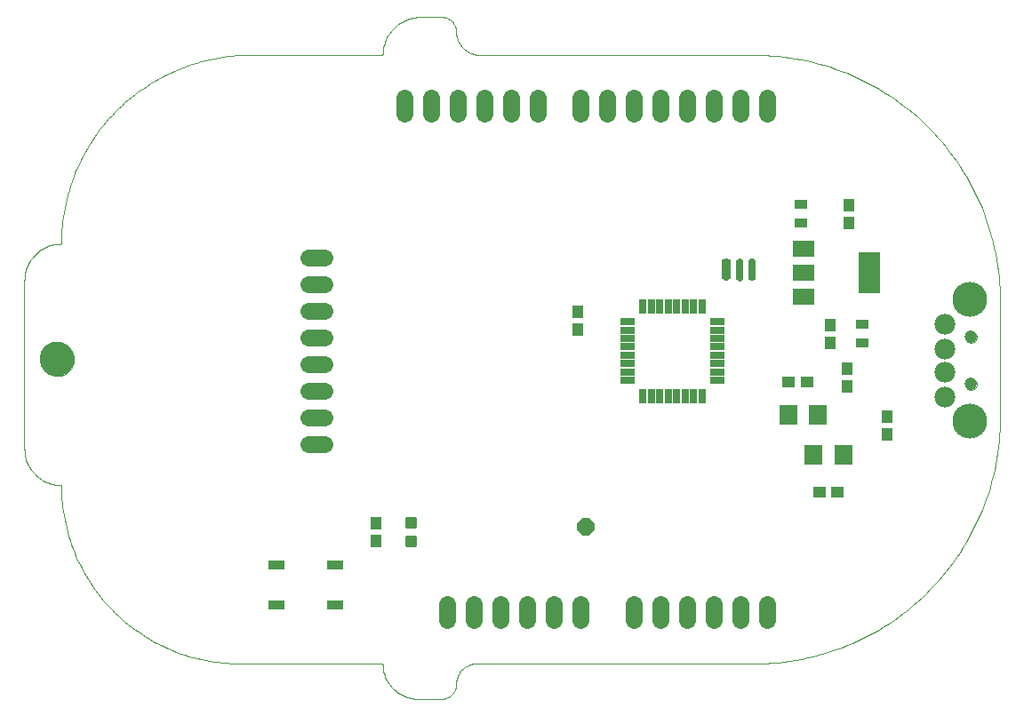
<source format=gts>
G75*
%MOIN*%
%OFA0B0*%
%FSLAX24Y24*%
%IPPOS*%
%LPD*%
%AMOC8*
5,1,8,0,0,1.08239X$1,22.5*
%
%ADD10C,0.0000*%
%ADD11C,0.1300*%
%ADD12R,0.0540X0.0260*%
%ADD13R,0.0260X0.0540*%
%ADD14R,0.0473X0.0434*%
%ADD15R,0.0434X0.0473*%
%ADD16R,0.0670X0.0749*%
%ADD17C,0.0780*%
%ADD18C,0.1306*%
%ADD19C,0.0473*%
%ADD20R,0.0830X0.0630*%
%ADD21R,0.0830X0.1540*%
%ADD22C,0.0640*%
%ADD23C,0.0130*%
%ADD24R,0.0512X0.0355*%
%ADD25C,0.0280*%
%ADD26C,0.0217*%
%ADD27R,0.0250X0.0750*%
%ADD28R,0.0350X0.0775*%
%ADD29R,0.0300X0.0750*%
%ADD30R,0.0640X0.0340*%
%ADD31OC8,0.0640*%
D10*
X008171Y001568D02*
X013535Y001568D01*
X013537Y001496D01*
X013543Y001424D01*
X013553Y001353D01*
X013566Y001282D01*
X013583Y001212D01*
X013605Y001144D01*
X013629Y001076D01*
X013658Y001010D01*
X013690Y000945D01*
X013725Y000883D01*
X013764Y000822D01*
X013806Y000764D01*
X013851Y000708D01*
X013899Y000654D01*
X013950Y000603D01*
X014004Y000555D01*
X014060Y000510D01*
X014118Y000468D01*
X014179Y000429D01*
X014241Y000394D01*
X014306Y000362D01*
X014372Y000333D01*
X014440Y000309D01*
X014508Y000287D01*
X014578Y000270D01*
X014649Y000257D01*
X014720Y000247D01*
X014792Y000241D01*
X014864Y000239D01*
X015734Y000239D01*
X015780Y000241D01*
X015826Y000247D01*
X015871Y000256D01*
X015915Y000269D01*
X015958Y000286D01*
X015999Y000306D01*
X016039Y000330D01*
X016076Y000356D01*
X016111Y000386D01*
X016144Y000419D01*
X016174Y000454D01*
X016200Y000491D01*
X016224Y000531D01*
X016244Y000572D01*
X016261Y000615D01*
X016274Y000659D01*
X016283Y000704D01*
X016289Y000750D01*
X016291Y000796D01*
X016293Y000849D01*
X016298Y000901D01*
X016307Y000953D01*
X016320Y001004D01*
X016336Y001055D01*
X016355Y001104D01*
X016378Y001151D01*
X016403Y001197D01*
X016432Y001241D01*
X016464Y001283D01*
X016499Y001323D01*
X016536Y001360D01*
X016576Y001395D01*
X016618Y001427D01*
X016662Y001456D01*
X016708Y001481D01*
X016755Y001504D01*
X016804Y001523D01*
X016855Y001539D01*
X016906Y001552D01*
X016958Y001561D01*
X017010Y001566D01*
X017063Y001568D01*
X027463Y001568D01*
X027463Y001567D02*
X027686Y001570D01*
X027909Y001578D01*
X028132Y001592D01*
X028354Y001611D01*
X028576Y001636D01*
X028797Y001665D01*
X029017Y001700D01*
X029237Y001741D01*
X029455Y001787D01*
X029672Y001838D01*
X029888Y001894D01*
X030102Y001955D01*
X030315Y002022D01*
X030527Y002094D01*
X030736Y002170D01*
X030944Y002252D01*
X031149Y002339D01*
X031352Y002431D01*
X031554Y002528D01*
X031752Y002629D01*
X031948Y002735D01*
X032142Y002846D01*
X032333Y002962D01*
X032521Y003082D01*
X032706Y003207D01*
X032888Y003336D01*
X033066Y003470D01*
X033242Y003607D01*
X033414Y003749D01*
X033582Y003895D01*
X033747Y004046D01*
X033909Y004200D01*
X034066Y004358D01*
X034220Y004519D01*
X034370Y004685D01*
X034516Y004853D01*
X034657Y005026D01*
X034795Y005202D01*
X034928Y005381D01*
X035056Y005563D01*
X035181Y005748D01*
X035301Y005936D01*
X035416Y006127D01*
X035526Y006321D01*
X035632Y006518D01*
X035733Y006716D01*
X035829Y006918D01*
X035921Y007121D01*
X036007Y007327D01*
X036089Y007535D01*
X036165Y007744D01*
X036236Y007956D01*
X036302Y008169D01*
X036363Y008383D01*
X036419Y008599D01*
X036470Y008817D01*
X036515Y009035D01*
X036555Y009255D01*
X036590Y009475D01*
X036619Y009696D01*
X036643Y009918D01*
X036661Y010140D01*
X036675Y010363D01*
X036683Y010586D01*
X036685Y010809D01*
X036685Y015181D01*
X035373Y013822D02*
X035375Y013851D01*
X035381Y013879D01*
X035390Y013907D01*
X035403Y013933D01*
X035420Y013956D01*
X035439Y013978D01*
X035461Y013997D01*
X035486Y014012D01*
X035512Y014025D01*
X035540Y014033D01*
X035568Y014038D01*
X035597Y014039D01*
X035626Y014036D01*
X035654Y014029D01*
X035681Y014019D01*
X035707Y014005D01*
X035730Y013988D01*
X035751Y013968D01*
X035769Y013945D01*
X035784Y013920D01*
X035795Y013893D01*
X035803Y013865D01*
X035807Y013836D01*
X035807Y013808D01*
X035803Y013779D01*
X035795Y013751D01*
X035784Y013724D01*
X035769Y013699D01*
X035751Y013676D01*
X035730Y013656D01*
X035707Y013639D01*
X035681Y013625D01*
X035654Y013615D01*
X035626Y013608D01*
X035597Y013605D01*
X035568Y013606D01*
X035540Y013611D01*
X035512Y013619D01*
X035486Y013632D01*
X035461Y013647D01*
X035439Y013666D01*
X035420Y013688D01*
X035403Y013711D01*
X035390Y013737D01*
X035381Y013765D01*
X035375Y013793D01*
X035373Y013822D01*
X035373Y012050D02*
X035375Y012079D01*
X035381Y012107D01*
X035390Y012135D01*
X035403Y012161D01*
X035420Y012184D01*
X035439Y012206D01*
X035461Y012225D01*
X035486Y012240D01*
X035512Y012253D01*
X035540Y012261D01*
X035568Y012266D01*
X035597Y012267D01*
X035626Y012264D01*
X035654Y012257D01*
X035681Y012247D01*
X035707Y012233D01*
X035730Y012216D01*
X035751Y012196D01*
X035769Y012173D01*
X035784Y012148D01*
X035795Y012121D01*
X035803Y012093D01*
X035807Y012064D01*
X035807Y012036D01*
X035803Y012007D01*
X035795Y011979D01*
X035784Y011952D01*
X035769Y011927D01*
X035751Y011904D01*
X035730Y011884D01*
X035707Y011867D01*
X035681Y011853D01*
X035654Y011843D01*
X035626Y011836D01*
X035597Y011833D01*
X035568Y011834D01*
X035540Y011839D01*
X035512Y011847D01*
X035486Y011860D01*
X035461Y011875D01*
X035439Y011894D01*
X035420Y011916D01*
X035403Y011939D01*
X035390Y011965D01*
X035381Y011993D01*
X035375Y012021D01*
X035373Y012050D01*
X036685Y015181D02*
X036682Y015404D01*
X036674Y015627D01*
X036661Y015849D01*
X036642Y016071D01*
X036618Y016293D01*
X036588Y016513D01*
X036553Y016734D01*
X036513Y016953D01*
X036468Y017171D01*
X036417Y017388D01*
X036361Y017604D01*
X036300Y017818D01*
X036234Y018031D01*
X036162Y018242D01*
X036086Y018451D01*
X036004Y018659D01*
X035918Y018864D01*
X035826Y019067D01*
X035730Y019268D01*
X035629Y019467D01*
X035523Y019663D01*
X035412Y019856D01*
X035297Y020047D01*
X035177Y020235D01*
X035053Y020420D01*
X034924Y020602D01*
X034791Y020780D01*
X034653Y020956D01*
X034512Y021128D01*
X034366Y021296D01*
X034216Y021461D01*
X034062Y021623D01*
X033905Y021780D01*
X033743Y021934D01*
X033578Y022084D01*
X033410Y022230D01*
X033238Y022371D01*
X033062Y022509D01*
X032884Y022642D01*
X032702Y022771D01*
X032517Y022895D01*
X032329Y023015D01*
X032138Y023130D01*
X031945Y023241D01*
X031749Y023347D01*
X031550Y023448D01*
X031349Y023544D01*
X031146Y023636D01*
X030941Y023722D01*
X030733Y023804D01*
X030524Y023880D01*
X030313Y023952D01*
X030100Y024018D01*
X029886Y024079D01*
X029670Y024135D01*
X029453Y024186D01*
X029235Y024231D01*
X029016Y024271D01*
X028795Y024306D01*
X028575Y024336D01*
X028353Y024360D01*
X028131Y024379D01*
X027909Y024392D01*
X027686Y024400D01*
X027463Y024403D01*
X027463Y024402D02*
X017161Y024402D01*
X017161Y024403D02*
X017104Y024405D01*
X017047Y024410D01*
X016991Y024420D01*
X016936Y024433D01*
X016881Y024449D01*
X016828Y024469D01*
X016776Y024493D01*
X016726Y024520D01*
X016678Y024550D01*
X016631Y024583D01*
X016587Y024619D01*
X016546Y024658D01*
X016507Y024699D01*
X016471Y024743D01*
X016438Y024790D01*
X016408Y024838D01*
X016381Y024888D01*
X016357Y024940D01*
X016337Y024993D01*
X016321Y025048D01*
X016308Y025103D01*
X016298Y025159D01*
X016293Y025216D01*
X016291Y025273D01*
X016289Y025319D01*
X016283Y025365D01*
X016274Y025410D01*
X016261Y025454D01*
X016244Y025497D01*
X016224Y025538D01*
X016200Y025578D01*
X016174Y025615D01*
X016144Y025650D01*
X016111Y025683D01*
X016076Y025713D01*
X016039Y025739D01*
X015999Y025763D01*
X015958Y025783D01*
X015915Y025800D01*
X015871Y025813D01*
X015826Y025822D01*
X015780Y025828D01*
X015734Y025830D01*
X014962Y025830D01*
X014962Y025829D02*
X014887Y025827D01*
X014813Y025821D01*
X014739Y025811D01*
X014665Y025798D01*
X014593Y025780D01*
X014521Y025759D01*
X014451Y025734D01*
X014382Y025706D01*
X014314Y025673D01*
X014249Y025638D01*
X014185Y025599D01*
X014123Y025556D01*
X014064Y025511D01*
X014007Y025462D01*
X013953Y025411D01*
X013902Y025357D01*
X013853Y025300D01*
X013808Y025241D01*
X013765Y025179D01*
X013726Y025116D01*
X013691Y025050D01*
X013658Y024982D01*
X013630Y024913D01*
X013605Y024843D01*
X013584Y024771D01*
X013566Y024699D01*
X013553Y024625D01*
X013543Y024551D01*
X013537Y024477D01*
X013535Y024402D01*
X008565Y024402D01*
X008565Y024403D02*
X008394Y024401D01*
X008223Y024395D01*
X008052Y024384D01*
X007881Y024370D01*
X007711Y024351D01*
X007541Y024329D01*
X007372Y024302D01*
X007203Y024271D01*
X007036Y024236D01*
X006869Y024197D01*
X006703Y024154D01*
X006539Y024107D01*
X006375Y024056D01*
X006213Y024001D01*
X006052Y023942D01*
X005893Y023880D01*
X005735Y023813D01*
X005579Y023743D01*
X005424Y023669D01*
X005272Y023591D01*
X005121Y023510D01*
X004972Y023425D01*
X004826Y023336D01*
X004681Y023244D01*
X004539Y023148D01*
X004399Y023050D01*
X004262Y022947D01*
X004127Y022842D01*
X003995Y022733D01*
X003865Y022621D01*
X003739Y022506D01*
X003615Y022387D01*
X003494Y022266D01*
X003375Y022142D01*
X003260Y022016D01*
X003148Y021886D01*
X003039Y021754D01*
X002934Y021619D01*
X002831Y021482D01*
X002733Y021342D01*
X002637Y021200D01*
X002545Y021055D01*
X002456Y020909D01*
X002371Y020760D01*
X002290Y020609D01*
X002212Y020457D01*
X002138Y020302D01*
X002068Y020146D01*
X002001Y019988D01*
X001939Y019829D01*
X001880Y019668D01*
X001825Y019506D01*
X001774Y019342D01*
X001727Y019178D01*
X001684Y019012D01*
X001645Y018845D01*
X001610Y018678D01*
X001579Y018509D01*
X001552Y018340D01*
X001530Y018170D01*
X001511Y018000D01*
X001497Y017829D01*
X001486Y017658D01*
X001480Y017487D01*
X001478Y017316D01*
X001406Y017314D01*
X001334Y017308D01*
X001262Y017299D01*
X001191Y017286D01*
X001121Y017269D01*
X001052Y017249D01*
X000984Y017224D01*
X000918Y017197D01*
X000852Y017166D01*
X000789Y017131D01*
X000727Y017094D01*
X000668Y017053D01*
X000611Y017009D01*
X000556Y016962D01*
X000504Y016912D01*
X000454Y016860D01*
X000407Y016805D01*
X000363Y016748D01*
X000322Y016689D01*
X000285Y016627D01*
X000250Y016564D01*
X000219Y016498D01*
X000192Y016432D01*
X000167Y016364D01*
X000147Y016295D01*
X000130Y016225D01*
X000117Y016154D01*
X000108Y016082D01*
X000102Y016010D01*
X000100Y015938D01*
X000100Y009639D01*
X000102Y009567D01*
X000108Y009495D01*
X000117Y009423D01*
X000130Y009352D01*
X000147Y009282D01*
X000167Y009213D01*
X000192Y009145D01*
X000219Y009079D01*
X000250Y009013D01*
X000285Y008950D01*
X000322Y008888D01*
X000363Y008829D01*
X000407Y008772D01*
X000454Y008717D01*
X000504Y008665D01*
X000556Y008615D01*
X000611Y008568D01*
X000668Y008524D01*
X000727Y008483D01*
X000789Y008446D01*
X000852Y008411D01*
X000918Y008380D01*
X000984Y008353D01*
X001052Y008328D01*
X001121Y008308D01*
X001191Y008291D01*
X001262Y008278D01*
X001334Y008269D01*
X001406Y008263D01*
X001478Y008261D01*
X001480Y008099D01*
X001486Y007938D01*
X001496Y007776D01*
X001509Y007615D01*
X001527Y007454D01*
X001548Y007294D01*
X001574Y007134D01*
X001603Y006975D01*
X001636Y006817D01*
X001672Y006659D01*
X001713Y006503D01*
X001757Y006347D01*
X001806Y006193D01*
X001857Y006040D01*
X001913Y005888D01*
X001972Y005737D01*
X002035Y005588D01*
X002101Y005441D01*
X002171Y005295D01*
X002245Y005151D01*
X002322Y005008D01*
X002402Y004868D01*
X002486Y004730D01*
X002573Y004593D01*
X002663Y004459D01*
X002756Y004327D01*
X002853Y004197D01*
X002953Y004070D01*
X003055Y003945D01*
X003161Y003823D01*
X003270Y003703D01*
X003381Y003586D01*
X003496Y003471D01*
X003613Y003360D01*
X003733Y003251D01*
X003855Y003145D01*
X003980Y003043D01*
X004107Y002943D01*
X004237Y002846D01*
X004369Y002753D01*
X004503Y002663D01*
X004640Y002576D01*
X004778Y002492D01*
X004918Y002412D01*
X005061Y002335D01*
X005205Y002261D01*
X005351Y002191D01*
X005498Y002125D01*
X005647Y002062D01*
X005798Y002003D01*
X005950Y001947D01*
X006103Y001896D01*
X006257Y001847D01*
X006413Y001803D01*
X006569Y001762D01*
X006727Y001726D01*
X006885Y001693D01*
X007044Y001664D01*
X007204Y001638D01*
X007364Y001617D01*
X007525Y001599D01*
X007686Y001586D01*
X007848Y001576D01*
X008009Y001570D01*
X008171Y001568D01*
X000698Y012985D02*
X000700Y013035D01*
X000706Y013085D01*
X000716Y013134D01*
X000730Y013182D01*
X000747Y013229D01*
X000768Y013274D01*
X000793Y013318D01*
X000821Y013359D01*
X000853Y013398D01*
X000887Y013435D01*
X000924Y013469D01*
X000964Y013499D01*
X001006Y013526D01*
X001050Y013550D01*
X001096Y013571D01*
X001143Y013587D01*
X001191Y013600D01*
X001241Y013609D01*
X001290Y013614D01*
X001341Y013615D01*
X001391Y013612D01*
X001440Y013605D01*
X001489Y013594D01*
X001537Y013579D01*
X001583Y013561D01*
X001628Y013539D01*
X001671Y013513D01*
X001712Y013484D01*
X001751Y013452D01*
X001787Y013417D01*
X001819Y013379D01*
X001849Y013339D01*
X001876Y013296D01*
X001899Y013252D01*
X001918Y013206D01*
X001934Y013158D01*
X001946Y013109D01*
X001954Y013060D01*
X001958Y013010D01*
X001958Y012960D01*
X001954Y012910D01*
X001946Y012861D01*
X001934Y012812D01*
X001918Y012764D01*
X001899Y012718D01*
X001876Y012674D01*
X001849Y012631D01*
X001819Y012591D01*
X001787Y012553D01*
X001751Y012518D01*
X001712Y012486D01*
X001671Y012457D01*
X001628Y012431D01*
X001583Y012409D01*
X001537Y012391D01*
X001489Y012376D01*
X001440Y012365D01*
X001391Y012358D01*
X001341Y012355D01*
X001290Y012356D01*
X001241Y012361D01*
X001191Y012370D01*
X001143Y012383D01*
X001096Y012399D01*
X001050Y012420D01*
X001006Y012444D01*
X000964Y012471D01*
X000924Y012501D01*
X000887Y012535D01*
X000853Y012572D01*
X000821Y012611D01*
X000793Y012652D01*
X000768Y012696D01*
X000747Y012741D01*
X000730Y012788D01*
X000716Y012836D01*
X000706Y012885D01*
X000700Y012935D01*
X000698Y012985D01*
D11*
X001328Y012985D03*
D12*
X022712Y013134D03*
X022712Y013449D03*
X022712Y013764D03*
X022712Y014079D03*
X022712Y014394D03*
X022712Y012819D03*
X022712Y012504D03*
X022712Y012189D03*
X026092Y012189D03*
X026092Y012504D03*
X026092Y012819D03*
X026092Y013134D03*
X026092Y013449D03*
X026092Y013764D03*
X026092Y014079D03*
X026092Y014394D03*
D13*
X025504Y014981D03*
X025189Y014981D03*
X024874Y014981D03*
X024559Y014981D03*
X024244Y014981D03*
X023929Y014981D03*
X023614Y014981D03*
X023299Y014981D03*
X023299Y011601D03*
X023614Y011601D03*
X023929Y011601D03*
X024244Y011601D03*
X024559Y011601D03*
X024874Y011601D03*
X025189Y011601D03*
X025504Y011601D03*
D14*
X028767Y012141D03*
X029436Y012141D03*
X029917Y007991D03*
X030586Y007991D03*
D15*
X032452Y010157D03*
X032452Y010826D03*
X030952Y011957D03*
X030952Y012626D03*
X030302Y013607D03*
X030302Y014276D03*
X031002Y018107D03*
X031002Y018776D03*
X020852Y014776D03*
X020852Y014107D03*
X013292Y006843D03*
X013292Y006173D03*
D16*
X028750Y010891D03*
X029853Y010891D03*
X029700Y009391D03*
X030803Y009391D03*
D17*
X034606Y011558D03*
X034606Y012492D03*
X034606Y013380D03*
X034606Y014314D03*
D18*
X035551Y015219D03*
X035551Y010652D03*
D19*
X035590Y012050D03*
X035590Y013822D03*
D20*
X029312Y015331D03*
X029312Y016231D03*
X029312Y017131D03*
D21*
X031792Y016241D03*
D22*
X027952Y022193D02*
X027952Y022793D01*
X026952Y022793D02*
X026952Y022193D01*
X025952Y022193D02*
X025952Y022793D01*
X024952Y022793D02*
X024952Y022193D01*
X023952Y022193D02*
X023952Y022793D01*
X022952Y022793D02*
X022952Y022193D01*
X021952Y022193D02*
X021952Y022793D01*
X020952Y022793D02*
X020952Y022193D01*
X019352Y022193D02*
X019352Y022793D01*
X018352Y022793D02*
X018352Y022193D01*
X017352Y022193D02*
X017352Y022793D01*
X016352Y022793D02*
X016352Y022193D01*
X015352Y022193D02*
X015352Y022793D01*
X014352Y022793D02*
X014352Y022193D01*
X011364Y016791D02*
X010764Y016791D01*
X010764Y015791D02*
X011364Y015791D01*
X011364Y014791D02*
X010764Y014791D01*
X010764Y013791D02*
X011364Y013791D01*
X011364Y012791D02*
X010764Y012791D01*
X010764Y011791D02*
X011364Y011791D01*
X011364Y010791D02*
X010764Y010791D01*
X010764Y009791D02*
X011364Y009791D01*
X015952Y003793D02*
X015952Y003193D01*
X016952Y003193D02*
X016952Y003793D01*
X017952Y003793D02*
X017952Y003193D01*
X018952Y003193D02*
X018952Y003793D01*
X019952Y003793D02*
X019952Y003193D01*
X020952Y003193D02*
X020952Y003793D01*
X022952Y003793D02*
X022952Y003193D01*
X023952Y003193D02*
X023952Y003793D01*
X024952Y003793D02*
X024952Y003193D01*
X025952Y003193D02*
X025952Y003793D01*
X026952Y003793D02*
X026952Y003193D01*
X027952Y003193D02*
X027952Y003793D01*
D23*
X014741Y006011D02*
X014437Y006011D01*
X014437Y006315D01*
X014741Y006315D01*
X014741Y006011D01*
X014741Y006140D02*
X014437Y006140D01*
X014437Y006269D02*
X014741Y006269D01*
X014741Y006701D02*
X014437Y006701D01*
X014437Y007005D01*
X014741Y007005D01*
X014741Y006701D01*
X014741Y006830D02*
X014437Y006830D01*
X014437Y006959D02*
X014741Y006959D01*
D24*
X031502Y013587D03*
X031502Y014296D03*
X029202Y018087D03*
X029202Y018796D03*
D25*
X027374Y016621D02*
X027374Y016061D01*
X026429Y016061D02*
X026429Y016621D01*
D26*
X026902Y016653D02*
X026902Y016653D01*
X026902Y016029D01*
X026902Y016029D01*
X026902Y016653D01*
X026902Y016245D02*
X026902Y016245D01*
X026902Y016461D02*
X026902Y016461D01*
D27*
X026902Y016341D03*
D28*
X026427Y016354D03*
D29*
X027377Y016341D03*
D30*
X011746Y005272D03*
X009546Y005272D03*
X009546Y003772D03*
X011746Y003772D03*
D31*
X021163Y006686D03*
M02*

</source>
